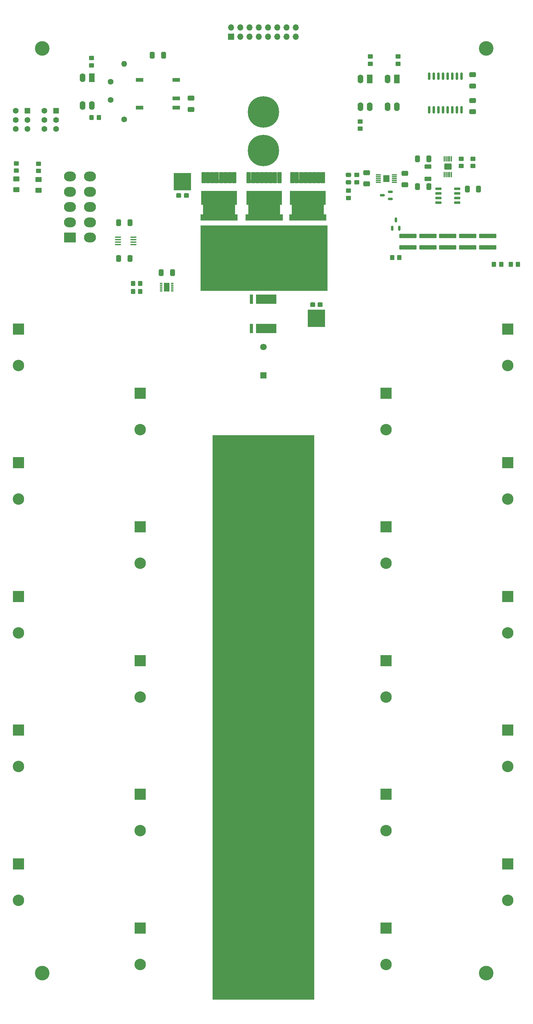
<source format=gbr>
%TF.GenerationSoftware,KiCad,Pcbnew,8.0.3*%
%TF.CreationDate,2024-09-30T04:18:30-05:00*%
%TF.ProjectId,Project Lab 4,50726f6a-6563-4742-904c-616220342e6b,rev?*%
%TF.SameCoordinates,Original*%
%TF.FileFunction,Soldermask,Top*%
%TF.FilePolarity,Negative*%
%FSLAX46Y46*%
G04 Gerber Fmt 4.6, Leading zero omitted, Abs format (unit mm)*
G04 Created by KiCad (PCBNEW 8.0.3) date 2024-09-30 04:18:30*
%MOMM*%
%LPD*%
G01*
G04 APERTURE LIST*
G04 Aperture macros list*
%AMRoundRect*
0 Rectangle with rounded corners*
0 $1 Rounding radius*
0 $2 $3 $4 $5 $6 $7 $8 $9 X,Y pos of 4 corners*
0 Add a 4 corners polygon primitive as box body*
4,1,4,$2,$3,$4,$5,$6,$7,$8,$9,$2,$3,0*
0 Add four circle primitives for the rounded corners*
1,1,$1+$1,$2,$3*
1,1,$1+$1,$4,$5*
1,1,$1+$1,$6,$7*
1,1,$1+$1,$8,$9*
0 Add four rect primitives between the rounded corners*
20,1,$1+$1,$2,$3,$4,$5,0*
20,1,$1+$1,$4,$5,$6,$7,0*
20,1,$1+$1,$6,$7,$8,$9,0*
20,1,$1+$1,$8,$9,$2,$3,0*%
%AMFreePoly0*
4,1,30,0.400000,-4.000000,-0.400000,-4.000000,-2.400000,-4.000000,-2.400000,-3.200000,-0.400000,-3.200000,-0.400000,-2.800000,-2.400000,-2.800000,-2.400000,-2.000000,-0.400000,-2.000000,-0.400000,-1.600000,-2.400000,-1.600000,-2.400000,-0.800000,-0.400000,-0.800000,-0.400000,-0.400000,-2.400000,-0.400000,-2.400000,0.400000,-0.400000,0.400000,-0.400000,0.800000,-2.400000,0.800000,-2.400000,1.600000,
-0.400000,1.600000,-0.400000,2.000000,-2.400000,2.000000,-2.400000,2.800000,-0.400000,2.800000,-0.400000,3.200000,-2.400000,3.200000,-2.400000,4.000000,0.400000,4.000000,0.400000,-4.000000,0.400000,-4.000000,$1*%
G04 Aperture macros list end*
%ADD10C,0.010000*%
%ADD11R,3.150000X3.150000*%
%ADD12C,3.150000*%
%ADD13C,5.100000*%
%ADD14R,35.000000X18.000000*%
%ADD15R,1.600000X2.400000*%
%ADD16O,1.600000X2.400000*%
%ADD17RoundRect,0.250000X-0.412500X-0.650000X0.412500X-0.650000X0.412500X0.650000X-0.412500X0.650000X0*%
%ADD18RoundRect,0.317500X0.382500X0.317500X-0.382500X0.317500X-0.382500X-0.317500X0.382500X-0.317500X0*%
%ADD19R,4.800000X4.720000*%
%ADD20RoundRect,0.250000X-0.475000X0.337500X-0.475000X-0.337500X0.475000X-0.337500X0.475000X0.337500X0*%
%ADD21RoundRect,0.250000X-0.450000X0.350000X-0.450000X-0.350000X0.450000X-0.350000X0.450000X0.350000X0*%
%ADD22R,1.600000X1.600000*%
%ADD23C,1.600000*%
%ADD24RoundRect,0.250000X0.412500X0.650000X-0.412500X0.650000X-0.412500X-0.650000X0.412500X-0.650000X0*%
%ADD25R,2.100000X1.000000*%
%ADD26C,10.200000*%
%ADD27R,1.800000X1.800000*%
%ADD28C,1.800000*%
%ADD29RoundRect,0.250001X1.399999X-1.099999X1.399999X1.099999X-1.399999X1.099999X-1.399999X-1.099999X0*%
%ADD30O,3.300000X2.700000*%
%ADD31R,1.425000X0.300000*%
%ADD32R,1.680000X1.880000*%
%ADD33R,28.000000X155.000000*%
%ADD34RoundRect,0.250000X0.350000X0.450000X-0.350000X0.450000X-0.350000X-0.450000X0.350000X-0.450000X0*%
%ADD35RoundRect,0.250000X0.650000X-0.412500X0.650000X0.412500X-0.650000X0.412500X-0.650000X-0.412500X0*%
%ADD36RoundRect,0.250000X2.125000X-0.362500X2.125000X0.362500X-2.125000X0.362500X-2.125000X-0.362500X0*%
%ADD37RoundRect,0.250000X-0.650000X0.412500X-0.650000X-0.412500X0.650000X-0.412500X0.650000X0.412500X0*%
%ADD38R,1.700000X1.700000*%
%ADD39O,1.700000X1.700000*%
%ADD40C,4.000000*%
%ADD41R,5.600000X2.550000*%
%ADD42R,0.900000X2.550000*%
%ADD43RoundRect,0.150000X-0.150000X0.875000X-0.150000X-0.875000X0.150000X-0.875000X0.150000X0.875000X0*%
%ADD44RoundRect,0.150000X0.150000X-0.512500X0.150000X0.512500X-0.150000X0.512500X-0.150000X-0.512500X0*%
%ADD45RoundRect,0.102000X-0.450000X1.400000X-0.450000X-1.400000X0.450000X-1.400000X0.450000X1.400000X0*%
%ADD46FreePoly0,270.000000*%
%ADD47RoundRect,0.317500X-0.382500X-0.317500X0.382500X-0.317500X0.382500X0.317500X-0.382500X0.317500X0*%
%ADD48O,1.600000X1.600000*%
%ADD49R,0.750000X0.300000*%
%ADD50RoundRect,0.250000X-0.350000X-0.450000X0.350000X-0.450000X0.350000X0.450000X-0.350000X0.450000X0*%
%ADD51RoundRect,0.250000X0.700000X-0.362500X0.700000X0.362500X-0.700000X0.362500X-0.700000X-0.362500X0*%
%ADD52RoundRect,0.250001X-0.624999X0.462499X-0.624999X-0.462499X0.624999X-0.462499X0.624999X0.462499X0*%
%ADD53RoundRect,0.150000X0.512500X0.150000X-0.512500X0.150000X-0.512500X-0.150000X0.512500X-0.150000X0*%
%ADD54RoundRect,0.075000X0.075000X-0.662500X0.075000X0.662500X-0.075000X0.662500X-0.075000X-0.662500X0*%
%ADD55RoundRect,0.250000X0.740000X-0.615000X0.740000X0.615000X-0.740000X0.615000X-0.740000X-0.615000X0*%
%ADD56C,8.600000*%
%ADD57RoundRect,0.250000X0.450000X-0.350000X0.450000X0.350000X-0.450000X0.350000X-0.450000X-0.350000X0*%
%ADD58RoundRect,0.150000X-0.725000X-0.150000X0.725000X-0.150000X0.725000X0.150000X-0.725000X0.150000X0*%
%ADD59RoundRect,0.100000X-0.712500X-0.100000X0.712500X-0.100000X0.712500X0.100000X-0.712500X0.100000X0*%
G04 APERTURE END LIST*
D10*
%TO.C,Q1*%
X410850000Y-7795000D02*
X410350000Y-7795000D01*
X410350000Y-10545000D01*
X411050000Y-10545000D01*
X411050000Y-12095000D01*
X400950000Y-12095000D01*
X400950000Y-10545000D01*
X401650000Y-10545000D01*
X401650000Y-7795000D01*
X401150000Y-7795000D01*
X401150000Y-4095000D01*
X410850000Y-4095000D01*
X410850000Y-7795000D01*
G36*
X410850000Y-7795000D02*
G01*
X410350000Y-7795000D01*
X410350000Y-10545000D01*
X411050000Y-10545000D01*
X411050000Y-12095000D01*
X400950000Y-12095000D01*
X400950000Y-10545000D01*
X401650000Y-10545000D01*
X401650000Y-7795000D01*
X401150000Y-7795000D01*
X401150000Y-4095000D01*
X410850000Y-4095000D01*
X410850000Y-7795000D01*
G37*
%TO.C,Q3*%
X386450000Y-7795000D02*
X385950000Y-7795000D01*
X385950000Y-10545000D01*
X386650000Y-10545000D01*
X386650000Y-12095000D01*
X376550000Y-12095000D01*
X376550000Y-10545000D01*
X377250000Y-10545000D01*
X377250000Y-7795000D01*
X376750000Y-7795000D01*
X376750000Y-4095000D01*
X386450000Y-4095000D01*
X386450000Y-7795000D01*
G36*
X386450000Y-7795000D02*
G01*
X385950000Y-7795000D01*
X385950000Y-10545000D01*
X386650000Y-10545000D01*
X386650000Y-12095000D01*
X376550000Y-12095000D01*
X376550000Y-10545000D01*
X377250000Y-10545000D01*
X377250000Y-7795000D01*
X376750000Y-7795000D01*
X376750000Y-4095000D01*
X386450000Y-4095000D01*
X386450000Y-7795000D01*
G37*
%TO.C,Q2*%
X398850000Y-7795000D02*
X398350000Y-7795000D01*
X398350000Y-10545000D01*
X399050000Y-10545000D01*
X399050000Y-12095000D01*
X388950000Y-12095000D01*
X388950000Y-10545000D01*
X389650000Y-10545000D01*
X389650000Y-7795000D01*
X389150000Y-7795000D01*
X389150000Y-4095000D01*
X398850000Y-4095000D01*
X398850000Y-7795000D01*
G36*
X398850000Y-7795000D02*
G01*
X398350000Y-7795000D01*
X398350000Y-10545000D01*
X399050000Y-10545000D01*
X399050000Y-12095000D01*
X388950000Y-12095000D01*
X388950000Y-10545000D01*
X389650000Y-10545000D01*
X389650000Y-7795000D01*
X389150000Y-7795000D01*
X389150000Y-4095000D01*
X398850000Y-4095000D01*
X398850000Y-7795000D01*
G37*
%TD*%
D11*
%TO.C,C6*%
X326500000Y-42000000D03*
D12*
X326500000Y-52000000D03*
%TD*%
D11*
%TO.C,C20*%
X461000000Y-42000000D03*
D12*
X461000000Y-52000000D03*
%TD*%
D13*
%TO.C,H8*%
X381500000Y-22500000D03*
D14*
X394000000Y-22500000D03*
D13*
X406500000Y-22500000D03*
%TD*%
D15*
%TO.C,OC4*%
X423075000Y26625000D03*
D16*
X420535000Y26625000D03*
X420535000Y19005000D03*
X423075000Y19005000D03*
%TD*%
D11*
%TO.C,C22*%
X326500000Y-188800000D03*
D12*
X326500000Y-198800000D03*
%TD*%
D17*
%TO.C,C32*%
X449837500Y-3600000D03*
X452962500Y-3600000D03*
%TD*%
D18*
%TO.C,D3*%
X372640000Y-5315000D03*
X370560000Y-5315000D03*
D19*
X371600000Y-1510000D03*
%TD*%
D20*
%TO.C,C26*%
X417202437Y337500D03*
X417202437Y-1737500D03*
%TD*%
D11*
%TO.C,C18*%
X326500000Y-152100000D03*
D12*
X326500000Y-162100000D03*
%TD*%
D21*
%TO.C,R11*%
X423200000Y32800000D03*
X423200000Y30800000D03*
%TD*%
D22*
%TO.C,SW2*%
X336850000Y17907500D03*
D23*
X336850000Y15407500D03*
X336850000Y12907500D03*
X333650000Y17907500D03*
X333650000Y15407500D03*
X333650000Y12907500D03*
%TD*%
D24*
%TO.C,C2*%
X439262500Y-2900000D03*
X436137500Y-2900000D03*
%TD*%
D25*
%TO.C,U4*%
X369850000Y18790000D03*
X369850000Y21330000D03*
X369850000Y26410000D03*
X359750000Y26410000D03*
X359750000Y18790000D03*
%TD*%
D15*
%TO.C,OC1*%
X346675000Y27025000D03*
D16*
X344135000Y27025000D03*
X344135000Y19405000D03*
X346675000Y19405000D03*
%TD*%
D11*
%TO.C,C21*%
X360000000Y-59600000D03*
D12*
X360000000Y-69600000D03*
%TD*%
D11*
%TO.C,C13*%
X360000000Y-133000000D03*
D12*
X360000000Y-143000000D03*
%TD*%
D26*
%TO.C,R24*%
X393800000Y-76800000D03*
D27*
X393800000Y-54700000D03*
D28*
X393800000Y-46900000D03*
D26*
X393800000Y-24800000D03*
%TD*%
D29*
%TO.C,J2*%
X340625000Y-16900000D03*
D30*
X340625000Y-12700000D03*
X340625000Y-8500000D03*
X340625000Y-4300000D03*
X340625000Y-100000D03*
X346125000Y-16900000D03*
X346125000Y-12700000D03*
X346125000Y-8500000D03*
X346125000Y-4300000D03*
X346125000Y-100000D03*
%TD*%
D11*
%TO.C,C5*%
X360000000Y-206400000D03*
D12*
X360000000Y-216400000D03*
%TD*%
D31*
%TO.C,IC1*%
X429826437Y-1700000D03*
X429826437Y-1200000D03*
X429826437Y-700000D03*
X429826437Y-200000D03*
X429826437Y300000D03*
X425402437Y300000D03*
X425402437Y-200000D03*
X425402437Y-700000D03*
X425402437Y-1200000D03*
X425402437Y-1700000D03*
D32*
X427614437Y-700000D03*
%TD*%
D26*
%TO.C,H7*%
X393800000Y-108575000D03*
X393800000Y-148575000D03*
D33*
X393800000Y-148575000D03*
D26*
X393800000Y-188575000D03*
%TD*%
D23*
%TO.C,C29*%
X351800000Y20900000D03*
X351800000Y25900000D03*
%TD*%
D34*
%TO.C,R14*%
X348600000Y16100000D03*
X346600000Y16100000D03*
%TD*%
D35*
%TO.C,C24*%
X432700000Y-2362500D03*
X432700000Y762500D03*
%TD*%
D11*
%TO.C,C11*%
X427500000Y-133000000D03*
D12*
X427500000Y-143000000D03*
%TD*%
D36*
%TO.C,R21*%
X439000000Y-19562500D03*
X439000000Y-16437500D03*
%TD*%
D37*
%TO.C,C33*%
X451300000Y27812500D03*
X451300000Y24687500D03*
%TD*%
D38*
%TO.C,J4*%
X384925000Y38260000D03*
D39*
X384925000Y40800000D03*
X387465000Y38260000D03*
X387465000Y40800000D03*
X390005000Y38260000D03*
X390005000Y40800000D03*
X392545000Y38260000D03*
X392545000Y40800000D03*
X395085000Y38260000D03*
X395085000Y40800000D03*
X397625000Y38260000D03*
X397625000Y40800000D03*
X400165000Y38260000D03*
X400165000Y40800000D03*
X402705000Y38260000D03*
X402705000Y40800000D03*
%TD*%
D40*
%TO.C,H6*%
X455000000Y-218800000D03*
%TD*%
D11*
%TO.C,C14*%
X326500000Y-115400000D03*
D12*
X326500000Y-125400000D03*
%TD*%
D41*
%TO.C,R1*%
X394600000Y-41825000D03*
D42*
X390550000Y-41825000D03*
X390550000Y-33775000D03*
D41*
X394600000Y-33775000D03*
%TD*%
D43*
%TO.C,U2*%
X448245000Y27450000D03*
X446975000Y27450000D03*
X445705000Y27450000D03*
X444435000Y27450000D03*
X443165000Y27450000D03*
X441895000Y27450000D03*
X440625000Y27450000D03*
X439355000Y27450000D03*
X439355000Y18150000D03*
X440625000Y18150000D03*
X441895000Y18150000D03*
X443165000Y18150000D03*
X444435000Y18150000D03*
X445705000Y18150000D03*
X446975000Y18150000D03*
X448245000Y18150000D03*
%TD*%
D36*
%TO.C,R19*%
X455500000Y-19562500D03*
X455500000Y-16437500D03*
%TD*%
D11*
%TO.C,C12*%
X461000000Y-115400000D03*
D12*
X461000000Y-125400000D03*
%TD*%
D37*
%TO.C,C28*%
X373950000Y21362500D03*
X373950000Y18237500D03*
%TD*%
D11*
%TO.C,C19*%
X427500000Y-59600000D03*
D12*
X427500000Y-69600000D03*
%TD*%
D21*
%TO.C,R23*%
X451400000Y4732500D03*
X451400000Y2732500D03*
%TD*%
D11*
%TO.C,C15*%
X427500000Y-96300000D03*
D12*
X427500000Y-106300000D03*
%TD*%
D24*
%TO.C,C31*%
X439262500Y4700000D03*
X436137500Y4700000D03*
%TD*%
D35*
%TO.C,C25*%
X422200000Y-2173573D03*
X422200000Y951427D03*
%TD*%
D44*
%TO.C,Q5*%
X429250000Y-14337500D03*
X431150000Y-14337500D03*
X430200000Y-12062500D03*
%TD*%
D34*
%TO.C,R17*%
X431200000Y-22400000D03*
X429200000Y-22400000D03*
%TD*%
D45*
%TO.C,Q1*%
X410200000Y-470000D03*
X409000000Y-470000D03*
X407800000Y-470000D03*
X406600000Y-470000D03*
X405400000Y-470000D03*
X404200000Y-470000D03*
X403000000Y-470000D03*
X401800000Y-470000D03*
D46*
X405400000Y-1470000D03*
%TD*%
D35*
%TO.C,C34*%
X451300000Y17637500D03*
X451300000Y20762500D03*
%TD*%
D11*
%TO.C,C3*%
X427500000Y-206400000D03*
D12*
X427500000Y-216400000D03*
%TD*%
D36*
%TO.C,R20*%
X444500000Y-19562500D03*
X444500000Y-16437500D03*
%TD*%
D47*
%TO.C,D4*%
X407360000Y-35285000D03*
X409440000Y-35285000D03*
D19*
X408400000Y-39090000D03*
%TD*%
D23*
%TO.C,R8*%
X355550000Y15580000D03*
D48*
X355550000Y30820000D03*
%TD*%
D15*
%TO.C,OC2*%
X430475000Y26625000D03*
D16*
X427935000Y26625000D03*
X427935000Y19005000D03*
X430475000Y19005000D03*
%TD*%
D49*
%TO.C,U1*%
X368750000Y-31500000D03*
X368750000Y-31000000D03*
X368750000Y-30500000D03*
X368750000Y-30000000D03*
X368750000Y-29500000D03*
X365750000Y-29500000D03*
X365750000Y-30000000D03*
X365750000Y-30500000D03*
X365750000Y-31000000D03*
X365750000Y-31500000D03*
D15*
X367250000Y-30500000D03*
%TD*%
D45*
%TO.C,Q3*%
X385800000Y-470000D03*
X384600000Y-470000D03*
X383400000Y-470000D03*
X382200000Y-470000D03*
X381000000Y-470000D03*
X379800000Y-470000D03*
X378600000Y-470000D03*
X377400000Y-470000D03*
D46*
X381000000Y-1470000D03*
%TD*%
D34*
%TO.C,R10*%
X463800000Y-24200000D03*
X461800000Y-24200000D03*
%TD*%
D50*
%TO.C,R9*%
X457200000Y-24200000D03*
X459200000Y-24200000D03*
%TD*%
D51*
%TO.C,L1*%
X439000000Y-762500D03*
X439000000Y2562500D03*
%TD*%
D21*
%TO.C,R13*%
X448200000Y4732500D03*
X448200000Y2732500D03*
%TD*%
%TO.C,R12*%
X420400000Y15000000D03*
X420400000Y13000000D03*
%TD*%
D17*
%TO.C,C27*%
X354037500Y-12800000D03*
X357162500Y-12800000D03*
%TD*%
D21*
%TO.C,R2*%
X417202437Y-4000000D03*
X417202437Y-6000000D03*
%TD*%
D52*
%TO.C,D5*%
X325900000Y-812500D03*
X325900000Y-3787500D03*
%TD*%
D36*
%TO.C,R22*%
X433500000Y-19562500D03*
X433500000Y-16437500D03*
%TD*%
D53*
%TO.C,D1*%
X428751937Y-6261073D03*
X428751937Y-4361073D03*
X426476937Y-5311073D03*
%TD*%
D54*
%TO.C,U5*%
X443505000Y400000D03*
X444005000Y400000D03*
X444505000Y400000D03*
X445005000Y400000D03*
X445505000Y400000D03*
X445505000Y4725000D03*
X445005000Y4725000D03*
X444505000Y4725000D03*
X444005000Y4725000D03*
X443505000Y4725000D03*
D55*
X444505000Y2562500D03*
%TD*%
D17*
%TO.C,C23*%
X354037500Y-22600000D03*
X357162500Y-22600000D03*
%TD*%
D56*
%TO.C,H1*%
X393800000Y7000000D03*
%TD*%
D11*
%TO.C,C9*%
X360000000Y-169700000D03*
D12*
X360000000Y-179700000D03*
%TD*%
D11*
%TO.C,C10*%
X326500000Y-78700000D03*
D12*
X326500000Y-88700000D03*
%TD*%
D57*
%TO.C,R4*%
X325900000Y1487500D03*
X325900000Y3487500D03*
%TD*%
D11*
%TO.C,C8*%
X461000000Y-152100000D03*
D12*
X461000000Y-162100000D03*
%TD*%
D11*
%TO.C,C7*%
X427500000Y-169700000D03*
D12*
X427500000Y-179700000D03*
%TD*%
D57*
%TO.C,R3*%
X332004000Y1387500D03*
X332004000Y3387500D03*
%TD*%
D17*
%TO.C,C30*%
X363237500Y33200000D03*
X366362500Y33200000D03*
%TD*%
D56*
%TO.C,H2*%
X393800000Y17600000D03*
%TD*%
D40*
%TO.C,H4*%
X455000000Y35000000D03*
%TD*%
D21*
%TO.C,R15*%
X346600000Y32400000D03*
X346600000Y30400000D03*
%TD*%
D57*
%TO.C,R5*%
X419502437Y-1700000D03*
X419502437Y300000D03*
%TD*%
D34*
%TO.C,R7*%
X360000000Y-29500000D03*
X358000000Y-29500000D03*
%TD*%
D11*
%TO.C,C4*%
X461000000Y-188800000D03*
D12*
X461000000Y-198800000D03*
%TD*%
D58*
%TO.C,U6*%
X441930000Y-3495000D03*
X441930000Y-4765000D03*
X441930000Y-6035000D03*
X441930000Y-7305000D03*
X447080000Y-7305000D03*
X447080000Y-6035000D03*
X447080000Y-4765000D03*
X447080000Y-3495000D03*
%TD*%
D17*
%TO.C,C1*%
X365687500Y-26500000D03*
X368812500Y-26500000D03*
%TD*%
D36*
%TO.C,R18*%
X450000000Y-19562500D03*
X450000000Y-16437500D03*
%TD*%
D40*
%TO.C,H3*%
X333000000Y35000000D03*
%TD*%
D11*
%TO.C,C17*%
X360000000Y-96300000D03*
D12*
X360000000Y-106300000D03*
%TD*%
D40*
%TO.C,H5*%
X333000000Y-218800000D03*
%TD*%
D59*
%TO.C,U3*%
X353887500Y-16825000D03*
X353887500Y-17475000D03*
X353887500Y-18125000D03*
X353887500Y-18775000D03*
X358112500Y-18775000D03*
X358112500Y-18125000D03*
X358112500Y-17475000D03*
X358112500Y-16825000D03*
%TD*%
D22*
%TO.C,SW1*%
X328950000Y17907500D03*
D23*
X328950000Y15407500D03*
X328950000Y12907500D03*
X325750000Y17907500D03*
X325750000Y15407500D03*
X325750000Y12907500D03*
%TD*%
D45*
%TO.C,Q2*%
X398200000Y-470000D03*
X397000000Y-470000D03*
X395800000Y-470000D03*
X394600000Y-470000D03*
X393400000Y-470000D03*
X392200000Y-470000D03*
X391000000Y-470000D03*
X389800000Y-470000D03*
D46*
X393400000Y-1470000D03*
%TD*%
D11*
%TO.C,C16*%
X461000000Y-78700000D03*
D12*
X461000000Y-88700000D03*
%TD*%
D34*
%TO.C,R6*%
X360000000Y-31700000D03*
X358000000Y-31700000D03*
%TD*%
D52*
%TO.C,D2*%
X332004000Y-912500D03*
X332004000Y-3887500D03*
%TD*%
D21*
%TO.C,R16*%
X430800000Y32800000D03*
X430800000Y30800000D03*
%TD*%
M02*

</source>
